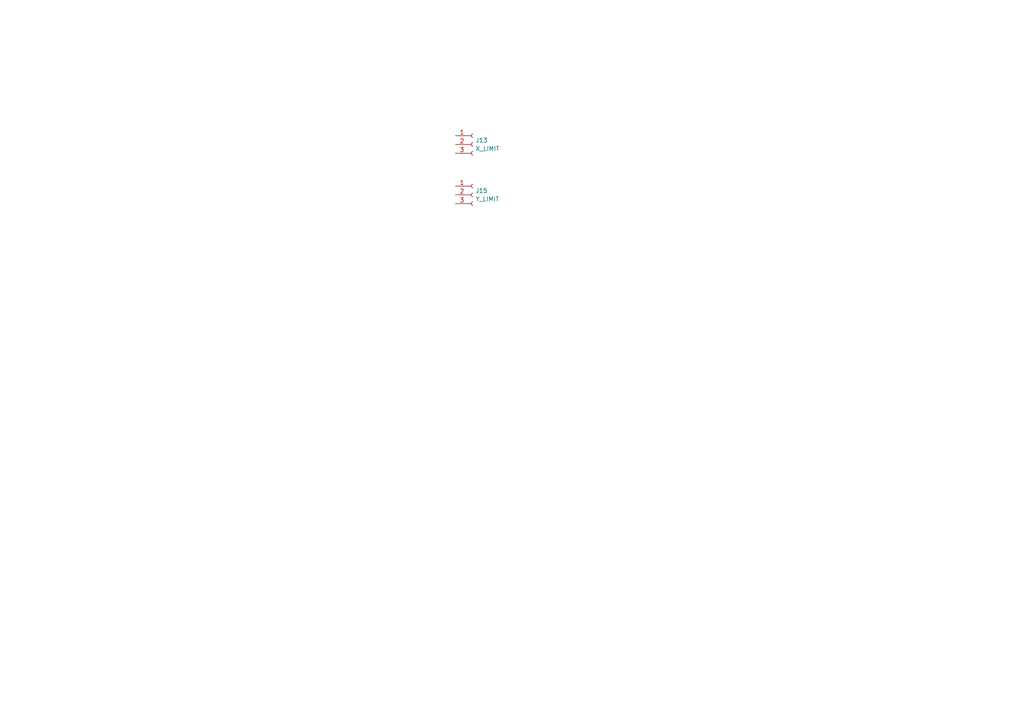
<source format=kicad_sch>
(kicad_sch (version 20230121) (generator eeschema)
  (paper "A4")
  (lib_symbols
    (symbol "Connector:Conn_01x03_Socket" (pin_names (offset 1.016) hide)
      (property "Reference" "J" (at 0 5.08 0))
      (property "Value" "Conn_01x03_Socket" (at 0 -5.08 0))
      (symbol "Conn_01x03_Socket_1_1"
        (arc (start 0 -2.032) (mid -0.5058 -2.54) (end 0 -3.048) (stroke (width 0.1524)))
        (polyline (pts (xy -1.27 -2.54) (xy -0.508 -2.54)) (stroke (width 0.1524)))
        (polyline (pts (xy -1.27 0) (xy -0.508 0)) (stroke (width 0.1524)))
        (polyline (pts (xy -1.27 2.54) (xy -0.508 2.54)) (stroke (width 0.1524)))
        (arc (start 0 0.508) (mid -0.5058 0) (end 0 -0.508) (stroke (width 0.1524)))
        (arc (start 0 3.048) (mid -0.5058 2.54) (end 0 2.032) (stroke (width 0.1524)))
        (pin passive line (at -5.08 2.54 0) (length 3.81) (name "Pin_1") (number "1"))
        (pin passive line (at -5.08 0 0) (length 3.81) (name "Pin_2") (number "2"))
        (pin passive line (at -5.08 -2.54 0) (length 3.81) (name "Pin_3") (number "3"))
      )
    )
  )
  (symbol (lib_id "Connector:Conn_01x03_Socket") (at 137.16 41.91 0) (unit 1)
    (property "Reference" "J13" (at 137.8712 40.6979 0) (effects (justify left)))
    (property "Value" "X_LIMIT" (at 137.8712 43.1221 0) (effects (justify left)))
  )
  (symbol (lib_id "Connector:Conn_01x03_Socket") (at 137.16 56.515 0) (unit 1)
    (property "Reference" "J15" (at 137.8712 55.3029 0) (effects (justify left)))
    (property "Value" "Y_LIMIT" (at 137.8712 57.7271 0) (effects (justify left)))
  )
)
</source>
